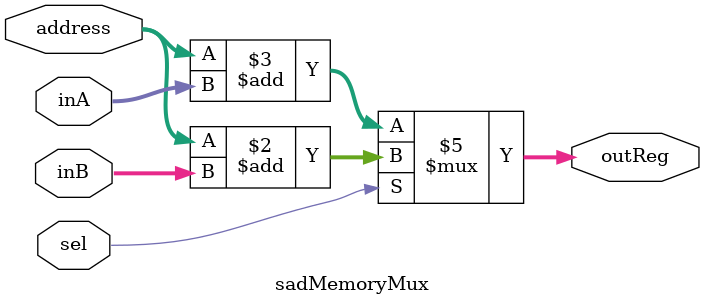
<source format=v>
`timescale 1ns / 1ps


module sadMemoryMux(
 address, 
 inA,
 inB, 
 sel,
 outReg
 
    );
    
    input [31:0]address;  // Reg a1 
    input [31:0]inA;// Number of mux 
    input [31:0]inB; // offSet for s7 
    input sel;
    output reg [31:0] outReg;
    
    always@ (*) begin
    
    if (sel) begin
    outReg <= address + inB; 
    end
    else begin
    outReg <= address + inA;
    end
    
    end
    
endmodule

</source>
